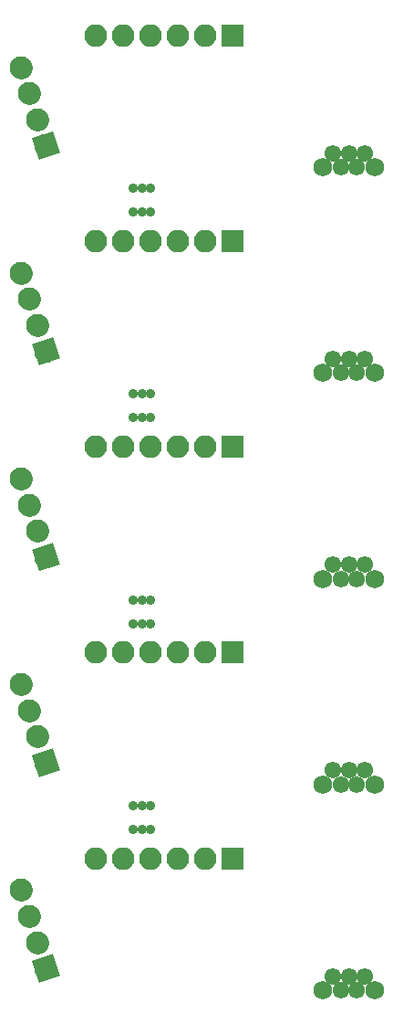
<source format=gbs>
G04 #@! TF.GenerationSoftware,KiCad,Pcbnew,5.0.0-fee4fd1~66~ubuntu16.04.1*
G04 #@! TF.CreationDate,2018-10-22T20:15:58+02:00*
G04 #@! TF.ProjectId,WiRoc_NanoPi_SideOledPCB_v1_Panelized,5769526F635F4E616E6F50695F536964,rev?*
G04 #@! TF.SameCoordinates,Original*
G04 #@! TF.FileFunction,Soldermask,Bot*
G04 #@! TF.FilePolarity,Negative*
%FSLAX46Y46*%
G04 Gerber Fmt 4.6, Leading zero omitted, Abs format (unit mm)*
G04 Created by KiCad (PCBNEW 5.0.0-fee4fd1~66~ubuntu16.04.1) date Mon Oct 22 20:15:58 2018*
%MOMM*%
%LPD*%
G01*
G04 APERTURE LIST*
%ADD10C,0.900000*%
%ADD11C,2.100000*%
%ADD12C,2.100000*%
%ADD13C,0.100000*%
%ADD14C,1.750000*%
%ADD15C,1.550000*%
%ADD16O,2.100000X2.100000*%
%ADD17R,2.100000X2.100000*%
G04 APERTURE END LIST*
D10*
G04 #@! TO.C,mouse-bite-2.54mm-slot*
X135000000Y-152773000D03*
X135000000Y-154973000D03*
X135800000Y-152773000D03*
X134200000Y-152773000D03*
X134200000Y-154973000D03*
X135800000Y-154973000D03*
G04 #@! TD*
G04 #@! TO.C,mouse-bite-2.54mm-slot*
X135000000Y-133707000D03*
X135000000Y-135907000D03*
X135800000Y-133707000D03*
X134200000Y-133707000D03*
X134200000Y-135907000D03*
X135800000Y-135907000D03*
G04 #@! TD*
G04 #@! TO.C,mouse-bite-2.54mm-slot*
X135000000Y-114641000D03*
X135000000Y-116841000D03*
X135800000Y-114641000D03*
X134200000Y-114641000D03*
X134200000Y-116841000D03*
X135800000Y-116841000D03*
G04 #@! TD*
D11*
G04 #@! TO.C,J2*
X123728891Y-160623949D03*
D12*
X123728891Y-160623949D02*
X123728891Y-160623949D01*
D11*
X124513794Y-163039633D03*
D12*
X124513794Y-163039633D02*
X124513794Y-163039633D01*
D11*
X125298697Y-165455316D03*
D12*
X125298697Y-165455316D02*
X125298697Y-165455316D01*
D11*
X126083600Y-167871000D03*
D13*
G36*
X126757741Y-166547923D02*
X127406677Y-168545141D01*
X125409459Y-169194077D01*
X124760523Y-167196859D01*
X126757741Y-166547923D01*
X126757741Y-166547923D01*
G37*
G04 #@! TD*
D11*
G04 #@! TO.C,J2*
X123728891Y-141557949D03*
D12*
X123728891Y-141557949D02*
X123728891Y-141557949D01*
D11*
X124513794Y-143973633D03*
D12*
X124513794Y-143973633D02*
X124513794Y-143973633D01*
D11*
X125298697Y-146389316D03*
D12*
X125298697Y-146389316D02*
X125298697Y-146389316D01*
D11*
X126083600Y-148805000D03*
D13*
G36*
X126757741Y-147481923D02*
X127406677Y-149479141D01*
X125409459Y-150128077D01*
X124760523Y-148130859D01*
X126757741Y-147481923D01*
X126757741Y-147481923D01*
G37*
G04 #@! TD*
D11*
G04 #@! TO.C,J2*
X123728891Y-122491949D03*
D12*
X123728891Y-122491949D02*
X123728891Y-122491949D01*
D11*
X124513794Y-124907633D03*
D12*
X124513794Y-124907633D02*
X124513794Y-124907633D01*
D11*
X125298697Y-127323316D03*
D12*
X125298697Y-127323316D02*
X125298697Y-127323316D01*
D11*
X126083600Y-129739000D03*
D13*
G36*
X126757741Y-128415923D02*
X127406677Y-130413141D01*
X125409459Y-131062077D01*
X124760523Y-129064859D01*
X126757741Y-128415923D01*
X126757741Y-128415923D01*
G37*
G04 #@! TD*
D11*
G04 #@! TO.C,J2*
X123728891Y-103425949D03*
D12*
X123728891Y-103425949D02*
X123728891Y-103425949D01*
D11*
X124513794Y-105841633D03*
D12*
X124513794Y-105841633D02*
X124513794Y-105841633D01*
D11*
X125298697Y-108257316D03*
D12*
X125298697Y-108257316D02*
X125298697Y-108257316D01*
D11*
X126083600Y-110673000D03*
D13*
G36*
X126757741Y-109349923D02*
X127406677Y-111347141D01*
X125409459Y-111996077D01*
X124760523Y-109998859D01*
X126757741Y-109349923D01*
X126757741Y-109349923D01*
G37*
G04 #@! TD*
D14*
G04 #@! TO.C,J1*
X151803400Y-169893000D03*
X156603400Y-169893000D03*
D15*
X154953400Y-169893000D03*
X153453400Y-169893000D03*
X152703400Y-168593000D03*
X154203400Y-168593000D03*
X155703400Y-168593000D03*
G04 #@! TD*
D14*
G04 #@! TO.C,J1*
X151803400Y-150827000D03*
X156603400Y-150827000D03*
D15*
X154953400Y-150827000D03*
X153453400Y-150827000D03*
X152703400Y-149527000D03*
X154203400Y-149527000D03*
X155703400Y-149527000D03*
G04 #@! TD*
D14*
G04 #@! TO.C,J1*
X151803400Y-131761000D03*
X156603400Y-131761000D03*
D15*
X154953400Y-131761000D03*
X153453400Y-131761000D03*
X152703400Y-130461000D03*
X154203400Y-130461000D03*
X155703400Y-130461000D03*
G04 #@! TD*
D14*
G04 #@! TO.C,J1*
X151803400Y-112695000D03*
X156603400Y-112695000D03*
D15*
X154953400Y-112695000D03*
X153453400Y-112695000D03*
X152703400Y-111395000D03*
X154203400Y-111395000D03*
X155703400Y-111395000D03*
G04 #@! TD*
D16*
G04 #@! TO.C,J3*
X130720600Y-157671000D03*
X133260600Y-157671000D03*
X135800600Y-157671000D03*
X138340600Y-157671000D03*
X140880600Y-157671000D03*
D17*
X143420600Y-157671000D03*
G04 #@! TD*
D16*
G04 #@! TO.C,J3*
X130720600Y-138605000D03*
X133260600Y-138605000D03*
X135800600Y-138605000D03*
X138340600Y-138605000D03*
X140880600Y-138605000D03*
D17*
X143420600Y-138605000D03*
G04 #@! TD*
D16*
G04 #@! TO.C,J3*
X130720600Y-119539000D03*
X133260600Y-119539000D03*
X135800600Y-119539000D03*
X138340600Y-119539000D03*
X140880600Y-119539000D03*
D17*
X143420600Y-119539000D03*
G04 #@! TD*
D16*
G04 #@! TO.C,J3*
X130720600Y-100473000D03*
X133260600Y-100473000D03*
X135800600Y-100473000D03*
X138340600Y-100473000D03*
X140880600Y-100473000D03*
D17*
X143420600Y-100473000D03*
G04 #@! TD*
D11*
G04 #@! TO.C,J2*
X126083600Y-91607000D03*
D13*
G36*
X126757741Y-90283923D02*
X127406677Y-92281141D01*
X125409459Y-92930077D01*
X124760523Y-90932859D01*
X126757741Y-90283923D01*
X126757741Y-90283923D01*
G37*
D11*
X125298697Y-89191316D03*
D12*
X125298697Y-89191316D02*
X125298697Y-89191316D01*
D11*
X124513794Y-86775633D03*
D12*
X124513794Y-86775633D02*
X124513794Y-86775633D01*
D11*
X123728891Y-84359949D03*
D12*
X123728891Y-84359949D02*
X123728891Y-84359949D01*
G04 #@! TD*
D17*
G04 #@! TO.C,J3*
X143420600Y-81407000D03*
D16*
X140880600Y-81407000D03*
X138340600Y-81407000D03*
X135800600Y-81407000D03*
X133260600Y-81407000D03*
X130720600Y-81407000D03*
G04 #@! TD*
D15*
G04 #@! TO.C,J1*
X155703400Y-92329000D03*
X154203400Y-92329000D03*
X152703400Y-92329000D03*
X153453400Y-93629000D03*
X154953400Y-93629000D03*
D14*
X156603400Y-93629000D03*
X151803400Y-93629000D03*
G04 #@! TD*
D10*
G04 #@! TO.C,mouse-bite-2.54mm-slot*
X135800000Y-97775000D03*
X134200000Y-97775000D03*
X134200000Y-95575000D03*
X135800000Y-95575000D03*
X135000000Y-97775000D03*
X135000000Y-95575000D03*
G04 #@! TD*
M02*

</source>
